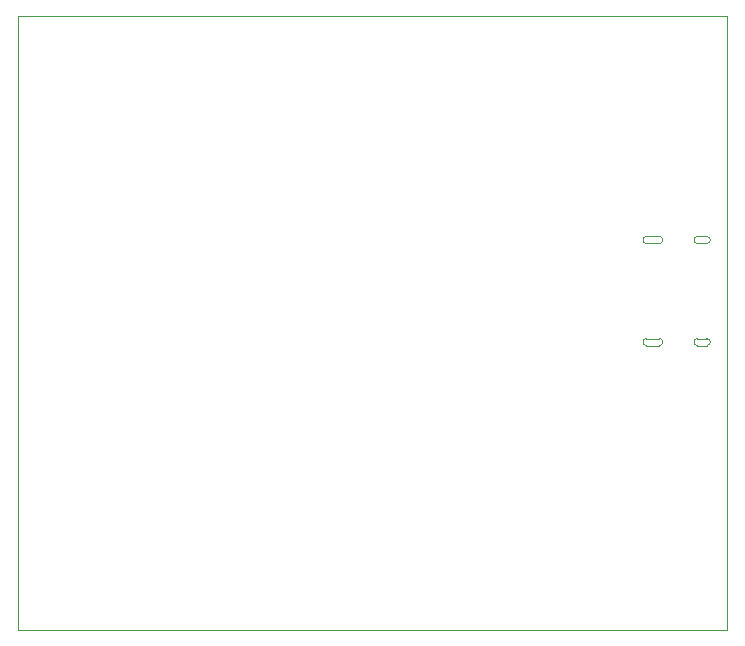
<source format=gbr>
%TF.GenerationSoftware,KiCad,Pcbnew,8.0.1*%
%TF.CreationDate,2024-07-28T14:25:14-07:00*%
%TF.ProjectId,RCS_Hardware,5243535f-4861-4726-9477-6172652e6b69,rev?*%
%TF.SameCoordinates,Original*%
%TF.FileFunction,Profile,NP*%
%FSLAX46Y46*%
G04 Gerber Fmt 4.6, Leading zero omitted, Abs format (unit mm)*
G04 Created by KiCad (PCBNEW 8.0.1) date 2024-07-28 14:25:14*
%MOMM*%
%LPD*%
G01*
G04 APERTURE LIST*
%TA.AperFunction,Profile*%
%ADD10C,0.100000*%
%TD*%
%TA.AperFunction,Profile*%
%ADD11C,0.010000*%
%TD*%
G04 APERTURE END LIST*
D10*
X101600000Y-75404000D02*
X161600000Y-75404000D01*
X161600000Y-127404000D01*
X101600000Y-127404000D01*
X101600000Y-75404000D01*
D11*
%TO.C,J2*%
X159900000Y-94075000D02*
G75*
G02*
X160200000Y-94375000I0J-300000D01*
G01*
X155880000Y-94075000D02*
G75*
G02*
X156180000Y-94375000I0J-300000D01*
G01*
X160200000Y-94375000D02*
G75*
G02*
X159900000Y-94675000I-300000J0D01*
G01*
X158800000Y-94375000D02*
G75*
G02*
X159100000Y-94075000I300000J0D01*
G01*
X156180000Y-94375000D02*
G75*
G02*
X155880000Y-94675000I-300000J0D01*
G01*
X154480000Y-94375000D02*
G75*
G02*
X154780000Y-94075000I300000J0D01*
G01*
X159100000Y-94675000D02*
G75*
G02*
X158800000Y-94375000I0J300000D01*
G01*
X154780000Y-94675000D02*
G75*
G02*
X154480000Y-94375000I0J300000D01*
G01*
X159900000Y-102725000D02*
G75*
G02*
X160200000Y-103025000I0J-300000D01*
G01*
X155880000Y-102725000D02*
G75*
G02*
X156180000Y-103025000I0J-300000D01*
G01*
X160200000Y-103025000D02*
G75*
G02*
X159900000Y-103325000I-300000J0D01*
G01*
X158800000Y-103025000D02*
G75*
G02*
X159100000Y-102725000I300000J0D01*
G01*
X156180000Y-103025000D02*
G75*
G02*
X155880000Y-103325000I-300000J0D01*
G01*
X154480000Y-103025000D02*
G75*
G02*
X154780000Y-102725000I300000J0D01*
G01*
X159100000Y-103325000D02*
G75*
G02*
X158800000Y-103025000I0J300000D01*
G01*
X154780000Y-103325000D02*
G75*
G02*
X154480000Y-103025000I0J300000D01*
G01*
X159100000Y-94075000D02*
X159900000Y-94075000D01*
X154780000Y-94075000D02*
X155880000Y-94075000D01*
X159900000Y-94675000D02*
X159100000Y-94675000D01*
X155880000Y-94675000D02*
X154780000Y-94675000D01*
X159100000Y-102725000D02*
X159900000Y-102725000D01*
X154780000Y-102725000D02*
X155880000Y-102725000D01*
X159900000Y-103325000D02*
X159100000Y-103325000D01*
X155880000Y-103325000D02*
X154780000Y-103325000D01*
%TD*%
M02*

</source>
